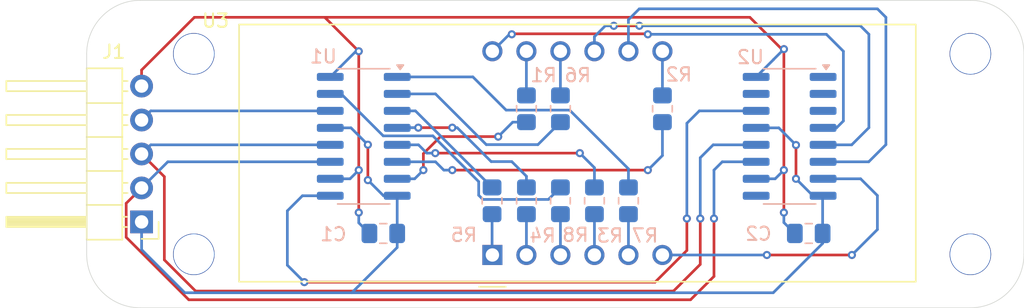
<source format=kicad_pcb>
(kicad_pcb (version 20240108) (generator "pcbnew") (generator_version "8.0")
  (layers (0 "F.Cu" signal) (31 "B.Cu" signal) (34 "B.Paste" user) (35 "F.Paste" user) (36 "B.SilkS" user "B.Silkscreen") (37 "F.SilkS" user "F.Silkscreen") (38 "B.Mask" user) (39 "F.Mask" user) (44 "Edge.Cuts" user))
  (net 0 "")
  (net 1 "VCC")
  (net 2 "GND")
  (net 3 "RCLK{slash}STC")
  (net 4 "SER{slash}DS")
  (net 5 "SRCLK{slash}SHC")
  (net 6 "a")
  (net 7 "a'")
  (net 8 "b")
  (net 9 "b'")
  (net 10 "c'")
  (net 11 "c")
  (net 12 "d")
  (net 13 "d'")
  (net 14 "e")
  (net 15 "e'")
  (net 16 "f'")
  (net 17 "f")
  (net 18 "g")
  (net 19 "g'")
  (net 20 "dp'")
  (net 21 "dp")
  (net 22 "MSB-LSB")
  (net 23 "D4")
  (net 27 "D2")
  (net 28 "D1")
  (net 31 "D3")
  (footprint "Display_7Segment:CA56-12EWA" (layer "F.Cu") (at 30.3 19.05 90)
    (property "Reference" "U3" (at 17.525 -20.675 180) (layer "F.SilkS"))
    (property "Value" "CC56-12EWA")
    (fp_line (start -2 -18.92) (end 17.24 -18.92) (stroke (width 0.12)) (layer "F.SilkS"))
    (fp_line (start -2 -18.92) (end -2 31.62) (stroke (width 0.12)) (layer "F.SilkS"))
    (fp_line (start -2.38 -1) (end -2.38 1) (stroke (width 0.12)) (layer "F.SilkS"))
    (fp_line (start 17.24 31.62) (end 17.24 -18.92) (stroke (width 0.12)) (layer "F.SilkS"))
    (fp_line (start -2 31.62) (end 17.24 31.62) (stroke (width 0.12)) (layer "F.SilkS"))
    (pad "1" thru_hole rect (at 0 0 90) (size 1.5 1.5) (drill 1) (layers "*.Cu" "*.Mask") (net 14 "e"))
    (pad "2" thru_hole circle (at 0 2.54 90) (size 1.5 1.5) (drill 1) (layers "*.Cu" "*.Mask") (net 12 "d"))
    (pad "3" thru_hole circle (at 0 5.08 90) (size 1.5 1.5) (drill 1) (layers "*.Cu" "*.Mask") (net 21 "dp"))
    (pad "4" thru_hole circle (at 0 7.62 90) (size 1.5 1.5) (drill 1) (layers "*.Cu" "*.Mask") (net 11 "c"))
    (pad "5" thru_hole circle (at 0 10.16 90) (size 1.5 1.5) (drill 1) (layers "*.Cu" "*.Mask") (net 18 "g"))
    (pad "6" thru_hole circle (at 0 12.7 90) (size 1.5 1.5) (drill 1) (layers "*.Cu" "*.Mask") (net 23 "D4"))
    (pad "7" thru_hole circle (at 15.24 12.7 90) (size 1.5 1.5) (drill 1) (layers "*.Cu" "*.Mask") (net 8 "b"))
    (pad "8" thru_hole circle (at 15.24 10.16 90) (size 1.5 1.5) (drill 1) (layers "*.Cu" "*.Mask") (net 31 "D3"))
    (pad "9" thru_hole circle (at 15.24 7.62 90) (size 1.5 1.5) (drill 1) (layers "*.Cu" "*.Mask") (net 27 "D2"))
    (pad "10" thru_hole circle (at 15.24 5.08 90) (size 1.5 1.5) (drill 1) (layers "*.Cu" "*.Mask") (net 17 "f"))
    (pad "11" thru_hole circle (at 15.24 2.54 90) (size 1.5 1.5) (drill 1) (layers "*.Cu" "*.Mask") (net 6 "a"))
    (pad "12" thru_hole circle (at 15.24 0 90) (size 1.5 1.5) (drill 1) (layers "*.Cu" "*.Mask") (net 28 "D1"))
  )
  (footprint "Connector_PinHeader_2.54mm:PinHeader_1x05_P2.54mm_Horizontal" (layer "F.Cu") (at 4.1 16.575 180)
    (property "Reference" "J1" (at 2.075 12.725 180) (layer "F.SilkS"))
    (property "Value" "Conn_01x05_Pin")
    (fp_line (start 10.1 10.54) (end 4.1 10.54) (stroke (width 0.12)) (layer "F.SilkS"))
    (fp_line (start 10.1 9.78) (end 10.1 10.54) (stroke (width 0.12)) (layer "F.SilkS"))
    (fp_line (start 10.1 8) (end 4.1 8) (stroke (width 0.12)) (layer "F.SilkS"))
    (fp_line (start 10.1 7.24) (end 10.1 8) (stroke (width 0.12)) (layer "F.SilkS"))
    (fp_line (start 10.1 5.46) (end 4.1 5.46) (stroke (width 0.12)) (layer "F.SilkS"))
    (fp_line (start 10.1 4.7) (end 10.1 5.46) (stroke (width 0.12)) (layer "F.SilkS"))
    (fp_line (start 10.1 2.92) (end 4.1 2.92) (stroke (width 0.12)) (layer "F.SilkS"))
    (fp_line (start 10.1 2.16) (end 10.1 2.92) (stroke (width 0.12)) (layer "F.SilkS"))
    (fp_line (start 10.1 0.38) (end 4.1 0.38) (stroke (width 0.12)) (layer "F.SilkS"))
    (fp_line (start 10.1 -0.38) (end 10.1 0.38) (stroke (width 0.12)) (layer "F.SilkS"))
    (fp_line (start 4.1 11.49) (end 4.1 -1.33) (stroke (width 0.12)) (layer "F.SilkS"))
    (fp_line (start 4.1 9.78) (end 10.1 9.78) (stroke (width 0.12)) (layer "F.SilkS"))
    (fp_line (start 4.1 7.24) (end 10.1 7.24) (stroke (width 0.12)) (layer "F.SilkS"))
    (fp_line (start 4.1 4.7) (end 10.1 4.7) (stroke (width 0.12)) (layer "F.SilkS"))
    (fp_line (start 4.1 2.16) (end 10.1 2.16) (stroke (width 0.12)) (layer "F.SilkS"))
    (fp_line (start 4.1 0.28) (end 10.1 0.28) (stroke (width 0.12)) (layer "F.SilkS"))
    (fp_line (start 4.1 0.16) (end 10.1 0.16) (stroke (width 0.12)) (layer "F.SilkS"))
    (fp_line (start 4.1 0.04) (end 10.1 0.04) (stroke (width 0.12)) (layer "F.SilkS"))
    (fp_line (start 4.1 -0.08) (end 10.1 -0.08) (stroke (width 0.12)) (layer "F.SilkS"))
    (fp_line (start 4.1 -0.2) (end 10.1 -0.2) (stroke (width 0.12)) (layer "F.SilkS"))
    (fp_line (start 4.1 -0.32) (end 10.1 -0.32) (stroke (width 0.12)) (layer "F.SilkS"))
    (fp_line (start 4.1 -0.38) (end 10.1 -0.38) (stroke (width 0.12)) (layer "F.SilkS"))
    (fp_line (start 4.1 -1.33) (end 1.44 -1.33) (stroke (width 0.12)) (layer "F.SilkS"))
    (fp_line (start 1.44 11.49) (end 4.1 11.49) (stroke (width 0.12)) (layer "F.SilkS"))
    (fp_line (start 1.44 8.89) (end 4.1 8.89) (stroke (width 0.12)) (layer "F.SilkS"))
    (fp_line (start 1.44 6.35) (end 4.1 6.35) (stroke (width 0.12)) (layer "F.SilkS"))
    (fp_line (start 1.44 3.81) (end 4.1 3.81) (stroke (width 0.12)) (layer "F.SilkS"))
    (fp_line (start 1.44 1.27) (end 4.1 1.27) (stroke (width 0.12)) (layer "F.SilkS"))
    (fp_line (start 1.44 -1.33) (end 1.44 11.49) (stroke (width 0.12)) (layer "F.SilkS"))
    (fp_line (start 1.11 0.38) (end 1.44 0.38) (stroke (width 0.12)) (layer "F.SilkS"))
    (fp_line (start 1.11 -0.38) (end 1.44 -0.38) (stroke (width 0.12)) (layer "F.SilkS"))
    (fp_line (start 1.042929 10.54) (end 1.44 10.54) (stroke (width 0.12)) (layer "F.SilkS"))
    (fp_line (start 1.042929 9.78) (end 1.44 9.78) (stroke (width 0.12)) (layer "F.SilkS"))
    (fp_line (start 1.042929 8) (end 1.44 8) (stroke (width 0.12)) (layer "F.SilkS"))
    (fp_line (start 1.042929 7.24) (end 1.44 7.24) (stroke (width 0.12)) (layer "F.SilkS"))
    (fp_line (start 1.042929 5.46) (end 1.44 5.46) (stroke (width 0.12)) (layer "F.SilkS"))
    (fp_line (start 1.042929 4.7) (end 1.44 4.7) (stroke (width 0.12)) (layer "F.SilkS"))
    (fp_line (start 1.042929 2.92) (end 1.44 2.92) (stroke (width 0.12)) (layer "F.SilkS"))
    (fp_line (start 1.042929 2.16) (end 1.44 2.16) (stroke (width 0.12)) (layer "F.SilkS"))
    (fp_line (start -1.27 0) (end -1.27 -1.27) (stroke (width 0.12)) (layer "F.SilkS"))
    (fp_line (start -1.27 -1.27) (end 0 -1.27) (stroke (width 0.12)) (layer "F.SilkS"))
    (pad "1" thru_hole rect (at 0 0 180) (size 1.7 1.7) (drill 1) (layers "*.Cu" "*.Mask") (net 2 "GND"))
    (pad "2" thru_hole oval (at 0 2.54 180) (size 1.7 1.7) (drill 1) (layers "*.Cu" "*.Mask") (net 5 "SRCLK{slash}SHC"))
    (pad "3" thru_hole oval (at 0 5.08 180) (size 1.7 1.7) (drill 1) (layers "*.Cu" "*.Mask") (net 3 "RCLK{slash}STC"))
    (pad "4" thru_hole oval (at 0 7.62 180) (size 1.7 1.7) (drill 1) (layers "*.Cu" "*.Mask") (net 4 "SER{slash}DS"))
    (pad "5" thru_hole oval (at 0 10.16 180) (size 1.7 1.7) (drill 1) (layers "*.Cu" "*.Mask") (net 1 "VCC"))
  )
  (footprint "Package_SO:SOP-16_3.9x9.9mm_P1.27mm" (layer "B.Cu") (at 52.5 10.175 180)
    (property "Reference" "U2" (at 2.925 5.925 180) (layer "B.SilkS") (effects (justify mirror)))
    (property "Value" "74HC595")
    (fp_line (start 1.95 5.06) (end 0 5.06) (stroke (width 0.12)) (layer "B.SilkS"))
    (fp_line (start 1.95 -5.06) (end 0 -5.06) (stroke (width 0.12)) (layer "B.SilkS"))
    (fp_line (start -1.95 5.06) (end 0 5.06) (stroke (width 0.12)) (layer "B.SilkS"))
    (fp_line (start -1.95 -5.06) (end 0 -5.06) (stroke (width 0.12)) (layer "B.SilkS"))
    (fp_poly (pts (xy -2.725 5.005) (xy -2.965 5.335) (xy -2.485 5.335) (xy -2.725 5.005)) (stroke (width 0.12)) (fill solid) (layer "B.SilkS"))
    (pad "1" smd roundrect (at -2.5 4.445 180) (size 2 0.6) (layers "B.Cu" "B.Paste" "B.Mask"))
    (pad "2" smd roundrect (at -2.5 3.175 180) (size 2 0.6) (layers "B.Cu" "B.Paste" "B.Mask"))
    (pad "3" smd roundrect (at -2.5 1.905 180) (size 2 0.6) (layers "B.Cu" "B.Paste" "B.Mask"))
    (pad "4" smd roundrect (at -2.5 0.635 180) (size 2 0.6) (layers "B.Cu" "B.Paste" "B.Mask") (net 28 "D1"))
    (pad "5" smd roundrect (at -2.5 -0.635 180) (size 2 0.6) (layers "B.Cu" "B.Paste" "B.Mask") (net 27 "D2"))
    (pad "6" smd roundrect (at -2.5 -1.905 180) (size 2 0.6) (layers "B.Cu" "B.Paste" "B.Mask") (net 31 "D3"))
    (pad "7" smd roundrect (at -2.5 -3.175 180) (size 2 0.6) (layers "B.Cu" "B.Paste" "B.Mask") (net 23 "D4"))
    (pad "8" smd roundrect (at -2.5 -4.445 180) (size 2 0.6) (layers "B.Cu" "B.Paste" "B.Mask") (net 2 "GND"))
    (pad "9" smd roundrect (at 2.5 -4.445 180) (size 2 0.6) (layers "B.Cu" "B.Paste" "B.Mask"))
    (pad "10" smd roundrect (at 2.5 -3.175 180) (size 2 0.6) (layers "B.Cu" "B.Paste" "B.Mask") (net 1 "VCC"))
    (pad "11" smd roundrect (at 2.5 -1.905 180) (size 2 0.6) (layers "B.Cu" "B.Paste" "B.Mask") (net 5 "SRCLK{slash}SHC"))
    (pad "12" smd roundrect (at 2.5 -0.635 180) (size 2 0.6) (layers "B.Cu" "B.Paste" "B.Mask") (net 3 "RCLK{slash}STC"))
    (pad "13" smd roundrect (at 2.5 0.635 180) (size 2 0.6) (layers "B.Cu" "B.Paste" "B.Mask") (net 2 "GND"))
    (pad "14" smd roundrect (at 2.5 1.905 180) (size 2 0.6) (layers "B.Cu" "B.Paste" "B.Mask") (net 22 "MSB-LSB"))
    (pad "15" smd roundrect (at 2.5 3.175 180) (size 2 0.6) (layers "B.Cu" "B.Paste" "B.Mask"))
    (pad "16" smd roundrect (at 2.5 4.445 180) (size 2 0.6) (layers "B.Cu" "B.Paste" "B.Mask") (net 1 "VCC"))
  )
  (footprint "Resistor_SMD:R_0805_2012Metric_Pad1.20x1.40mm_HandSolder" (layer "B.Cu") (at 40.4622 14.9954 90)
    (property "Reference" "R7" (at -2.6046 1.2378 0) (layer "B.SilkS") (effects (justify mirror)))
    (property "Value" "560R" (hide yes))
    (fp_line (start 0.227064 -0.735) (end -0.227064 -0.735) (stroke (width 0.12)) (layer "B.SilkS"))
    (fp_line (start 0.227064 0.735) (end -0.227064 0.735) (stroke (width 0.12)) (layer "B.SilkS"))
    (pad "1" smd roundrect (at -1 0 90) (size 1.2 1.4) (layers "B.Cu" "B.Paste" "B.Mask") (roundrect_rratio 0.208333) (net 18 "g"))
    (pad "2" smd roundrect (at 1 0 90) (size 1.2 1.4) (layers "B.Cu" "B.Paste" "B.Mask") (roundrect_rratio 0.208333) (net 19 "g'"))
  )
  (footprint "Resistor_SMD:R_0805_2012Metric_Pad1.20x1.40mm_HandSolder" (layer "B.Cu") (at 35.3822 8.112 -90)
    (property "Reference" "R6" (at -2.512 -1.2928 180) (layer "B.SilkS") (effects (justify mirror)))
    (property "Value" "560R" (hide yes))
    (fp_line (start 0.227064 0.735) (end -0.227064 0.735) (stroke (width 0.12)) (layer "B.SilkS"))
    (fp_line (start 0.227064 -0.735) (end -0.227064 -0.735) (stroke (width 0.12)) (layer "B.SilkS"))
    (pad "1" smd roundrect (at -1 0 270) (size 1.2 1.4) (layers "B.Cu" "B.Paste" "B.Mask") (roundrect_rratio 0.208333) (net 17 "f"))
    (pad "2" smd roundrect (at 1 0 270) (size 1.2 1.4) (layers "B.Cu" "B.Paste" "B.Mask") (roundrect_rratio 0.208333) (net 16 "f'"))
  )
  (footprint "Resistor_SMD:R_0805_2012Metric_Pad1.20x1.40mm_HandSolder" (layer "B.Cu") (at 32.8422 8.112 -90)
    (property "Reference" "R1" (at -2.512 -1.2828 0) (layer "B.SilkS") (effects (justify mirror)))
    (property "Value" "560R" (hide yes))
    (fp_line (start 0.227064 0.735) (end -0.227064 0.735) (stroke (width 0.12)) (layer "B.SilkS"))
    (fp_line (start 0.227064 -0.735) (end -0.227064 -0.735) (stroke (width 0.12)) (layer "B.SilkS"))
    (pad "1" smd roundrect (at -1 0 270) (size 1.2 1.4) (layers "B.Cu" "B.Paste" "B.Mask") (roundrect_rratio 0.208333) (net 6 "a"))
    (pad "2" smd roundrect (at 1 0 270) (size 1.2 1.4) (layers "B.Cu" "B.Paste" "B.Mask") (roundrect_rratio 0.208333) (net 7 "a'"))
  )
  (footprint "Resistor_SMD:R_0805_2012Metric_Pad1.20x1.40mm_HandSolder" (layer "B.Cu") (at 43 8.112 -90)
    (property "Reference" "R2" (at -2.562 -1.225 180) (layer "B.SilkS") (effects (justify mirror)))
    (property "Value" "560R" (hide yes))
    (fp_line (start 0.227064 0.735) (end -0.227064 0.735) (stroke (width 0.12)) (layer "B.SilkS"))
    (fp_line (start 0.227064 -0.735) (end -0.227064 -0.735) (stroke (width 0.12)) (layer "B.SilkS"))
    (pad "1" smd roundrect (at -1 0 270) (size 1.2 1.4) (layers "B.Cu" "B.Paste" "B.Mask") (roundrect_rratio 0.208333) (net 8 "b"))
    (pad "2" smd roundrect (at 1 0 270) (size 1.2 1.4) (layers "B.Cu" "B.Paste" "B.Mask") (roundrect_rratio 0.208333) (net 9 "b'"))
  )
  (footprint "Capacitor_SMD:C_0805_2012Metric_Pad1.18x1.45mm_HandSolder" (layer "B.Cu") (at 53.9263 17.4394)
    (property "Reference" "C2" (at -3.7513 0.0254 0) (layer "B.SilkS") (effects (justify mirror)))
    (property "Value" "0.1uF")
    (fp_line (start 0.261252 -0.735) (end -0.261252 -0.735) (stroke (width 0.12)) (layer "B.SilkS"))
    (fp_line (start 0.261252 0.735) (end -0.261252 0.735) (stroke (width 0.12)) (layer "B.SilkS"))
    (pad "1" smd roundrect (at -1.0375 0) (size 1.175 1.45) (layers "B.Cu" "B.Paste" "B.Mask") (roundrect_rratio 0.212766) (net 1 "VCC"))
    (pad "2" smd roundrect (at 1.0375 0) (size 1.175 1.45) (layers "B.Cu" "B.Paste" "B.Mask") (roundrect_rratio 0.212766) (net 2 "GND"))
  )
  (footprint "Resistor_SMD:R_0805_2012Metric_Pad1.20x1.40mm_HandSolder" (layer "B.Cu") (at 30.2768 14.9954 90)
    (property "Reference" "R5" (at -2.5546 -2.1018 180) (layer "B.SilkS") (effects (justify mirror)))
    (property "Value" "560R" (hide yes))
    (fp_line (start 0.227064 -0.735) (end -0.227064 -0.735) (stroke (width 0.12)) (layer "B.SilkS"))
    (fp_line (start 0.227064 0.735) (end -0.227064 0.735) (stroke (width 0.12)) (layer "B.SilkS"))
    (pad "1" smd roundrect (at -1 0 90) (size 1.2 1.4) (layers "B.Cu" "B.Paste" "B.Mask") (roundrect_rratio 0.208333) (net 14 "e"))
    (pad "2" smd roundrect (at 1 0 90) (size 1.2 1.4) (layers "B.Cu" "B.Paste" "B.Mask") (roundrect_rratio 0.208333) (net 15 "e'"))
  )
  (footprint "Resistor_SMD:R_0805_2012Metric_Pad1.20x1.40mm_HandSolder" (layer "B.Cu") (at 35.3822 14.9954 90)
    (property "Reference" "R8" (at -2.5546 1.1178 0) (layer "B.SilkS") (effects (justify mirror)))
    (property "Value" "560R" (hide yes))
    (fp_line (start 0.227064 -0.735) (end -0.227064 -0.735) (stroke (width 0.12)) (layer "B.SilkS"))
    (fp_line (start 0.227064 0.735) (end -0.227064 0.735) (stroke (width 0.12)) (layer "B.SilkS"))
    (pad "1" smd roundrect (at -1 0 90) (size 1.2 1.4) (layers "B.Cu" "B.Paste" "B.Mask") (roundrect_rratio 0.208333) (net 21 "dp"))
    (pad "2" smd roundrect (at 1 0 90) (size 1.2 1.4) (layers "B.Cu" "B.Paste" "B.Mask") (roundrect_rratio 0.208333) (net 20 "dp'"))
  )
  (footprint "Package_SO:SOP-16_3.9x9.9mm_P1.27mm" (layer "B.Cu") (at 20.6902 10.175 180)
    (property "Reference" "U1" (at 3.0152 5.975 180) (layer "B.SilkS") (effects (justify mirror)))
    (property "Value" "74HC595")
    (fp_line (start 1.95 5.06) (end 0 5.06) (stroke (width 0.12)) (layer "B.SilkS"))
    (fp_line (start 1.95 -5.06) (end 0 -5.06) (stroke (width 0.12)) (layer "B.SilkS"))
    (fp_line (start -1.95 5.06) (end 0 5.06) (stroke (width 0.12)) (layer "B.SilkS"))
    (fp_line (start -1.95 -5.06) (end 0 -5.06) (stroke (width 0.12)) (layer "B.SilkS"))
    (fp_poly (pts (xy -2.725 5.005) (xy -2.965 5.335) (xy -2.485 5.335) (xy -2.725 5.005)) (stroke (width 0.12)) (fill solid) (layer "B.SilkS"))
    (pad "1" smd roundrect (at -2.5 4.445 180) (size 2 0.6) (layers "B.Cu" "B.Paste" "B.Mask") (net 19 "g'"))
    (pad "2" smd roundrect (at -2.5 3.175 180) (size 2 0.6) (layers "B.Cu" "B.Paste" "B.Mask") (net 16 "f'"))
    (pad "3" smd roundrect (at -2.5 1.905 180) (size 2 0.6) (layers "B.Cu" "B.Paste" "B.Mask") (net 15 "e'"))
    (pad "4" smd roundrect (at -2.5 0.635 180) (size 2 0.6) (layers "B.Cu" "B.Paste" "B.Mask") (net 13 "d'"))
    (pad "5" smd roundrect (at -2.5 -0.635 180) (size 2 0.6) (layers "B.Cu" "B.Paste" "B.Mask") (net 10 "c'"))
    (pad "6" smd roundrect (at -2.5 -1.905 180) (size 2 0.6) (layers "B.Cu" "B.Paste" "B.Mask") (net 9 "b'"))
    (pad "7" smd roundrect (at -2.5 -3.175 180) (size 2 0.6) (layers "B.Cu" "B.Paste" "B.Mask") (net 7 "a'"))
    (pad "8" smd roundrect (at -2.5 -4.445 180) (size 2 0.6) (layers "B.Cu" "B.Paste" "B.Mask") (net 2 "GND"))
    (pad "9" smd roundrect (at 2.5 -4.445 180) (size 2 0.6) (layers "B.Cu" "B.Paste" "B.Mask") (net 22 "MSB-LSB"))
    (pad "10" smd roundrect (at 2.5 -3.175 180) (size 2 0.6) (layers "B.Cu" "B.Paste" "B.Mask") (net 1 "VCC"))
    (pad "11" smd roundrect (at 2.5 -1.905 180) (size 2 0.6) (layers "B.Cu" "B.Paste" "B.Mask") (net 5 "SRCLK{slash}SHC"))
    (pad "12" smd roundrect (at 2.5 -0.635 180) (size 2 0.6) (layers "B.Cu" "B.Paste" "B.Mask") (net 3 "RCLK{slash}STC"))
    (pad "13" smd roundrect (at 2.5 0.635 180) (size 2 0.6) (layers "B.Cu" "B.Paste" "B.Mask") (net 2 "GND"))
    (pad "14" smd roundrect (at 2.5 1.905 180) (size 2 0.6) (layers "B.Cu" "B.Paste" "B.Mask") (net 4 "SER{slash}DS"))
    (pad "15" smd roundrect (at 2.5 3.175 180) (size 2 0.6) (layers "B.Cu" "B.Paste" "B.Mask") (net 20 "dp'"))
    (pad "16" smd roundrect (at 2.5 4.445 180) (size 2 0.6) (layers "B.Cu" "B.Paste" "B.Mask") (net 1 "VCC"))
  )
  (footprint "Capacitor_SMD:C_0805_2012Metric_Pad1.18x1.45mm_HandSolder" (layer "B.Cu") (at 22.1527 17.4394)
    (property "Reference" "C1" (at -3.7277 0.0606 0) (layer "B.SilkS") (effects (justify mirror)))
    (property "Value" "0.1uF")
    (fp_line (start 0.261252 -0.735) (end -0.261252 -0.735) (stroke (width 0.12)) (layer "B.SilkS"))
    (fp_line (start 0.261252 0.735) (end -0.261252 0.735) (stroke (width 0.12)) (layer "B.SilkS"))
    (pad "1" smd roundrect (at -1.0375 0) (size 1.175 1.45) (layers "B.Cu" "B.Paste" "B.Mask") (roundrect_rratio 0.212766) (net 1 "VCC"))
    (pad "2" smd roundrect (at 1.0375 0) (size 1.175 1.45) (layers "B.Cu" "B.Paste" "B.Mask") (roundrect_rratio 0.212766) (net 2 "GND"))
  )
  (footprint "Resistor_SMD:R_0805_2012Metric_Pad1.20x1.40mm_HandSolder" (layer "B.Cu") (at 32.8422 14.9954 90)
    (property "Reference" "R4" (at -2.6046 1.2078 0) (layer "B.SilkS") (effects (justify mirror)))
    (property "Value" "560R" (hide yes))
    (fp_line (start 0.227064 -0.735) (end -0.227064 -0.735) (stroke (width 0.12)) (layer "B.SilkS"))
    (fp_line (start 0.227064 0.735) (end -0.227064 0.735) (stroke (width 0.12)) (layer "B.SilkS"))
    (pad "1" smd roundrect (at -1 0 90) (size 1.2 1.4) (layers "B.Cu" "B.Paste" "B.Mask") (roundrect_rratio 0.208333) (net 12 "d"))
    (pad "2" smd roundrect (at 1 0 90) (size 1.2 1.4) (layers "B.Cu" "B.Paste" "B.Mask") (roundrect_rratio 0.208333) (net 13 "d'"))
  )
  (footprint "Resistor_SMD:R_0805_2012Metric_Pad1.20x1.40mm_HandSolder" (layer "B.Cu") (at 37.9222 14.9954 90)
    (property "Reference" "R3" (at -2.6046 1.1528 0) (layer "B.SilkS") (effects (justify mirror)))
    (property "Value" "560R" (hide yes))
    (fp_line (start 0.227064 -0.735) (end -0.227064 -0.735) (stroke (width 0.12)) (layer "B.SilkS"))
    (fp_line (start 0.227064 0.735) (end -0.227064 0.735) (stroke (width 0.12)) (layer "B.SilkS"))
    (pad "1" smd roundrect (at -1 0 90) (size 1.2 1.4) (layers "B.Cu" "B.Paste" "B.Mask") (roundrect_rratio 0.208333) (net 11 "c"))
    (pad "2" smd roundrect (at 1 0 90) (size 1.2 1.4) (layers "B.Cu" "B.Paste" "B.Mask") (roundrect_rratio 0.208333) (net 10 "c'"))
  )
  (gr_line (start 66 23) (end 4 23) (stroke (width 0.05)) (layer "Edge.Cuts"))
  (gr_arc (start 0 4) (mid 1.171573 1.171573) (end 4 0) (stroke (width 0.05)) (layer "Edge.Cuts"))
  (gr_line (start 0 19) (end 0 4) (stroke (width 0.05)) (layer "Edge.Cuts"))
  (gr_arc (start 70 19) (mid 68.828427 21.828427) (end 66 23) (stroke (width 0.05)) (layer "Edge.Cuts"))
  (gr_arc (start 66 0) (mid 68.828427 1.171573) (end 70 4) (stroke (width 0.05)) (layer "Edge.Cuts"))
  (gr_arc (start 4 23) (mid 1.171573 21.828427) (end 0 19) (stroke (width 0.05)) (layer "Edge.Cuts"))
  (gr_line (start 70 4) (end 70 19) (stroke (width 0.05)) (layer "Edge.Cuts"))
  (gr_line (start 4 0) (end 66 0) (stroke (width 0.05)) (layer "Edge.Cuts"))
  (via (at 8 19) (size 3.1) (drill 3) (layers "F.Cu" "B.Cu") (net 0))
  (via (at 66 19) (size 3.1) (drill 3) (layers "F.Cu" "B.Cu") (net 0))
  (via (at 66 4) (size 3.1) (drill 3) (layers "F.Cu" "B.Cu") (net 0))
  (via (at 8 4) (size 3.1) (drill 3) (layers "F.Cu" "B.Cu") (net 0))
  (segment (start 52.075 3.65) (end 52.07 3.655) (width 0.2) (layer "F.Cu") (net 1))
  (segment (start 4.1 5.212919) (end 8.042919 1.27) (width 0.2) (layer "F.Cu") (net 1))
  (segment (start 20.32 3.81) (end 20.32 12.7) (width 0.2) (layer "F.Cu") (net 1))
  (segment (start 20.32 3.81) (end 17.78 1.27) (width 0.2) (layer "F.Cu") (net 1))
  (segment (start 51.91 3.65) (end 49.53 1.27) (width 0.2) (layer "F.Cu") (net 1))
  (segment (start 49.53 1.27) (end 17.78 1.27) (width 0.2) (layer "F.Cu") (net 1))
  (segment (start 4.1 6.415) (end 4.1 5.212919) (width 0.2) (layer "F.Cu") (net 1))
  (segment (start 20.32 12.7) (end 20.32 15.875) (width 0.2) (layer "F.Cu") (net 1))
  (segment (start 52.075 3.65) (end 51.91 3.65) (width 0.2) (layer "F.Cu") (net 1))
  (segment (start 52.07 12.7) (end 52.07 15.875) (width 0.2) (layer "F.Cu") (net 1))
  (segment (start 52.07 3.655) (end 52.07 12.7) (width 0.2) (layer "F.Cu") (net 1))
  (segment (start 8.042919 1.27) (end 17.78 1.27) (width 0.2) (layer "F.Cu") (net 1))
  (via (at 20.32 15.875) (size 0.6) (drill 0.3) (layers "F.Cu" "B.Cu") (net 1))
  (via (at 20.32 3.81) (size 0.6) (drill 0.3) (layers "F.Cu" "B.Cu") (net 1))
  (via (at 52.07 12.7) (size 0.6) (drill 0.3) (layers "F.Cu" "B.Cu") (net 1))
  (via (at 52.075 3.65) (size 0.6) (drill 0.3) (layers "F.Cu" "B.Cu") (net 1))
  (via (at 20.32 12.7) (size 0.6) (drill 0.3) (layers "F.Cu" "B.Cu") (net 1))
  (via (at 52.07 15.875) (size 0.6) (drill 0.3) (layers "F.Cu" "B.Cu") (net 1))
  (segment (start 20.1102 3.81) (end 18.1902 5.73) (width 0.2) (layer "B.Cu") (net 1))
  (segment (start 51.285 4.44) (end 51.285 4.445) (width 0.2) (layer "B.Cu") (net 1))
  (segment (start 51.42 13.35) (end 50 13.35) (width 0.2) (layer "B.Cu") (net 1))
  (segment (start 52.075 3.65) (end 51.285 4.44) (width 0.2) (layer "B.Cu") (net 1))
  (segment (start 20.32 16.6442) (end 21.1152 17.4394) (width 0.2) (layer "B.Cu") (net 1))
  (segment (start 20.32 12.7) (end 19.67 13.35) (width 0.2) (layer "B.Cu") (net 1))
  (segment (start 52.07 15.875) (end 52.07 16.6206) (width 0.2) (layer "B.Cu") (net 1))
  (segment (start 52.07 12.7) (end 51.42 13.35) (width 0.2) (layer "B.Cu") (net 1))
  (segment (start 20.32 3.81) (end 20.1102 3.81) (width 0.2) (layer "B.Cu") (net 1))
  (segment (start 20.32 15.875) (end 20.32 16.6442) (width 0.2) (layer "B.Cu") (net 1))
  (segment (start 19.67 13.35) (end 18.1902 13.35) (width 0.2) (layer "B.Cu") (net 1))
  (segment (start 51.285 4.445) (end 50 5.73) (width 0.2) (layer "B.Cu") (net 1))
  (segment (start 52.07 16.6206) (end 52.8888 17.4394) (width 0.2) (layer "B.Cu") (net 1))
  (segment (start 52.975 13.35) (end 52.975 10.825) (width 0.2) (layer "F.Cu") (net 2))
  (segment (start 21 13.45) (end 21 10.8) (width 0.2) (layer "F.Cu") (net 2))
  (via (at 52.975 13.35) (size 0.6) (drill 0.3) (layers "F.Cu" "B.Cu") (net 2))
  (via (at 52.975 10.825) (size 0.6) (drill 0.3) (layers "F.Cu" "B.Cu") (net 2))
  (via (at 21 10.8) (size 0.6) (drill 0.3) (layers "F.Cu" "B.Cu") (net 2))
  (via (at 21 13.45) (size 0.6) (drill 0.3) (layers "F.Cu" "B.Cu") (net 2))
  (segment (start 54.245 14.62) (end 55 14.62) (width 0.2) (layer "B.Cu") (net 2))
  (segment (start 23.1902 17.4394) (end 23.1902 18.4848) (width 0.2) (layer "B.Cu") (net 2))
  (segment (start 55 17.2088) (end 54.9638 17.245) (width 0.2) (layer "B.Cu") (net 2))
  (segment (start 52.975 13.35) (end 54.245 14.62) (width 0.2) (layer "B.Cu") (net 2))
  (segment (start 51.69 9.54) (end 52.975 10.825) (width 0.2) (layer "B.Cu") (net 2))
  (segment (start 54.9638 14.6562) (end 55 14.62) (width 0.2) (layer "B.Cu") (net 2))
  (segment (start 54.9638 17.4394) (end 54.9638 14.6562) (width 0.2) (layer "B.Cu") (net 2))
  (segment (start 4.1 18.65) (end 7.325 21.875) (width 0.2) (layer "B.Cu") (net 2))
  (segment (start 7.325 21.875) (end 19.8 21.875) (width 0.2) (layer "B.Cu") (net 2))
  (segment (start 19.8 21.875) (end 51.275 21.875) (width 0.2) (layer "B.Cu") (net 2))
  (segment (start 23.1902 18.4848) (end 19.8 21.875) (width 0.2) (layer "B.Cu") (net 2))
  (segment (start 51.275 21.875) (end 54.9638 18.1862) (width 0.2) (layer "B.Cu") (net 2))
  (segment (start 21 13.45) (end 22.17 14.62) (width 0.2) (layer "B.Cu") (net 2))
  (segment (start 19.74 9.54) (end 21 10.8) (width 0.2) (layer "B.Cu") (net 2))
  (segment (start 18.1902 9.54) (end 19.74 9.54) (width 0.2) (layer "B.Cu") (net 2))
  (segment (start 23.1902 17.4394) (end 23.1902 14.62) (width 0.2) (layer "B.Cu") (net 2))
  (segment (start 50 9.54) (end 51.69 9.54) (width 0.2) (layer "B.Cu") (net 2))
  (segment (start 54.9638 18.1862) (end 54.9638 17.4394) (width 0.2) (layer "B.Cu") (net 2))
  (segment (start 4.1 16.575) (end 4.1 18.65) (width 0.2) (layer "B.Cu") (net 2))
  (segment (start 23.1901 14.6201) (end 23.1902 14.62) (width 0.2) (layer "B.Cu") (net 2))
  (segment (start 22.17 14.62) (end 23.1902 14.62) (width 0.2) (layer "B.Cu") (net 2))
  (segment (start 5.8 13.195) (end 5.8 19.416296) (width 0.2) (layer "F.Cu") (net 3))
  (segment (start 8.133704 21.75) (end 43.825 21.75) (width 0.2) (layer "F.Cu") (net 3))
  (segment (start 43.825 21.75) (end 45.825 19.75) (width 0.2) (layer "F.Cu") (net 3))
  (segment (start 4.1 11.495) (end 5.8 13.195) (width 0.2) (layer "F.Cu") (net 3))
  (segment (start 45.825 19.75) (end 45.825 16.325) (width 0.2) (layer "F.Cu") (net 3))
  (segment (start 5.8 19.416296) (end 8.133704 21.75) (width 0.2) (layer "F.Cu") (net 3))
  (via (at 45.825 16.325) (size 0.6) (drill 0.3) (layers "F.Cu" "B.Cu") (net 3))
  (segment (start 45.825 11.775) (end 45.825 16.325) (width 0.2) (layer "B.Cu") (net 3))
  (segment (start 4.785 10.81) (end 18.1902 10.81) (width 0.2) (layer "B.Cu") (net 3))
  (segment (start 4.1 11.495) (end 4.785 10.81) (width 0.2) (layer "B.Cu") (net 3))
  (segment (start 46.79 10.81) (end 45.825 11.775) (width 0.2) (layer "B.Cu") (net 3))
  (segment (start 50 10.81) (end 46.79 10.81) (width 0.2) (layer "B.Cu") (net 3))
  (segment (start 4.785 8.27) (end 18.1902 8.27) (width 0.2) (layer "B.Cu") (net 4))
  (segment (start 4.1 8.955) (end 4.785 8.27) (width 0.2) (layer "B.Cu") (net 4))
  (segment (start 4.1 14.035) (end 2.95 15.185) (width 0.2) (layer "F.Cu") (net 5))
  (segment (start 2.95 17.725) (end 7.625 22.4) (width 0.2) (layer "F.Cu") (net 5))
  (segment (start 46.85 20.65) (end 46.85 16.325) (width 0.2) (layer "F.Cu") (net 5))
  (segment (start 7.625 22.4) (end 45.1 22.4) (width 0.2) (layer "F.Cu") (net 5))
  (segment (start 45.1 22.4) (end 46.85 20.65) (width 0.2) (layer "F.Cu") (net 5))
  (segment (start 2.95 15.185) (end 2.95 17.725) (width 0.2) (layer "F.Cu") (net 5))
  (via (at 46.85 16.325) (size 0.6) (drill 0.3) (layers "F.Cu" "B.Cu") (net 5))
  (segment (start 46.85 12.7) (end 47.47 12.08) (width 0.2) (layer "B.Cu") (net 5))
  (segment (start 4.1 14.035) (end 6.055 12.08) (width 0.2) (layer "B.Cu") (net 5))
  (segment (start 46.85 16.325) (end 46.85 12.7) (width 0.2) (layer "B.Cu") (net 5))
  (segment (start 6.055 12.08) (end 18.1902 12.08) (width 0.2) (layer "B.Cu") (net 5))
  (segment (start 47.47 12.08) (end 50 12.08) (width 0.2) (layer "B.Cu") (net 5))
  (segment (start 32.8422 3.8122) (end 32.84 3.81) (width 0.2) (layer "B.Cu") (net 6))
  (segment (start 32.84 7.1098) (end 32.8422 7.112) (width 0.2) (layer "B.Cu") (net 6))
  (segment (start 32.84 3.81) (end 32.84 7.1098) (width 0.2) (layer "B.Cu") (net 6))
  (segment (start 25.146 11.470471) (end 26.421471 10.195) (width 0.2) (layer "F.Cu") (net 7))
  (segment (start 26.421471 10.195) (end 30.734 10.195) (width 0.2) (layer "F.Cu") (net 7))
  (segment (start 25.146 12.7) (end 25.146 11.470471) (width 0.2) (layer "F.Cu") (net 7))
  (via (at 30.734 10.195) (size 0.6) (drill 0.3) (layers "F.Cu" "B.Cu") (net 7))
  (via (at 25.146 12.7) (size 0.6) (drill 0.3) (layers "F.Cu" "B.Cu") (net 7))
  (segment (start 31.817 9.112) (end 32.8422 9.112) (width 0.2) (layer "B.Cu") (net 7))
  (segment (start 30.734 10.195) (end 31.817 9.112) (width 0.2) (layer "B.Cu") (net 7))
  (segment (start 23.1902 13.35) (end 24.496 13.35) (width 0.2) (layer "B.Cu") (net 7))
  (segment (start 24.496 13.35) (end 25.146 12.7) (width 0.2) (layer "B.Cu") (net 7))
  (segment (start 43 3.81) (end 43 7.112) (width 0.2) (layer "B.Cu") (net 8))
  (segment (start 27.305 12.7) (end 41.91 12.7) (width 0.2) (layer "F.Cu") (net 9))
  (via (at 27.305 12.7) (size 0.6) (drill 0.3) (layers "F.Cu" "B.Cu") (net 9))
  (via (at 41.91 12.7) (size 0.6) (drill 0.3) (layers "F.Cu" "B.Cu") (net 9))
  (segment (start 41.91 12.7) (end 43 11.61) (width 0.2) (layer "B.Cu") (net 9))
  (segment (start 27.305 12.7) (end 26.67 12.7) (width 0.2) (layer "B.Cu") (net 9))
  (segment (start 26.67 12.7) (end 26.05 12.08) (width 0.2) (layer "B.Cu") (net 9))
  (segment (start 43 11.61) (end 43 9.112) (width 0.2) (layer "B.Cu") (net 9))
  (segment (start 26.05 12.08) (end 23.1902 12.08) (width 0.2) (layer "B.Cu") (net 9))
  (segment (start 26.035 11.43) (end 36.83 11.43) (width 0.2) (layer "F.Cu") (net 10))
  (via (at 36.83 11.43) (size 0.6) (drill 0.3) (layers "F.Cu" "B.Cu") (net 10))
  (via (at 26.035 11.43) (size 0.6) (drill 0.3) (layers "F.Cu" "B.Cu") (net 10))
  (segment (start 37.9222 12.5222) (end 37.9222 13.9954) (width 0.2) (layer "B.Cu") (net 10))
  (segment (start 24.78 10.81) (end 23.1902 10.81) (width 0.2) (layer "B.Cu") (net 10))
  (segment (start 36.83 11.43) (end 37.9222 12.5222) (width 0.2) (layer "B.Cu") (net 10))
  (segment (start 25.4 11.43) (end 24.78 10.81) (width 0.2) (layer "B.Cu") (net 10))
  (segment (start 26.035 11.43) (end 25.4 11.43) (width 0.2) (layer "B.Cu") (net 10))
  (segment (start 37.9222 19.0478) (end 37.92 19.05) (width 0.2) (layer "B.Cu") (net 11))
  (segment (start 37.9222 15.9954) (end 37.9222 19.0478) (width 0.2) (layer "B.Cu") (net 11))
  (segment (start 32.8422 15.9954) (end 32.8422 19.0478) (width 0.2) (layer "B.Cu") (net 12))
  (segment (start 32.8422 19.0478) (end 32.84 19.05) (width 0.2) (layer "B.Cu") (net 12))
  (segment (start 24.765 9.525) (end 27.305 9.525) (width 0.2) (layer "F.Cu") (net 13))
  (via (at 24.765 9.525) (size 0.6) (drill 0.3) (layers "F.Cu" "B.Cu") (net 13))
  (via (at 27.305 9.525) (size 0.6) (drill 0.3) (layers "F.Cu" "B.Cu") (net 13))
  (segment (start 27.305 9.525) (end 27.6718 9.525) (width 0.2) (layer "B.Cu") (net 13))
  (segment (start 31.75 12.065) (end 32.8422 13.1572) (width 0.2) (layer "B.Cu") (net 13))
  (segment (start 24.765 9.525) (end 23.2052 9.525) (width 0.2) (layer "B.Cu") (net 13))
  (segment (start 30.2118 12.065) (end 31.75 12.065) (width 0.2) (layer "B.Cu") (net 13))
  (segment (start 32.8422 13.1572) (end 32.8422 13.9954) (width 0.2) (layer "B.Cu") (net 13))
  (segment (start 23.2052 9.525) (end 23.1902 9.54) (width 0.2) (layer "B.Cu") (net 13))
  (segment (start 27.6718 9.525) (end 30.2118 12.065) (width 0.2) (layer "B.Cu") (net 13))
  (segment (start 30.2768 15.9954) (end 30.2768 19.0268) (width 0.2) (layer "B.Cu") (net 14))
  (segment (start 30.2768 19.0268) (end 30.3 19.05) (width 0.2) (layer "B.Cu") (net 14))
  (segment (start 24.5514 8.27) (end 30.2768 13.9954) (width 0.2) (layer "B.Cu") (net 15))
  (segment (start 23.1902 8.27) (end 24.5514 8.27) (width 0.2) (layer "B.Cu") (net 15))
  (segment (start 26.05 7) (end 29.845 10.795) (width 0.2) (layer "B.Cu") (net 16))
  (segment (start 33.6992 10.795) (end 35.3822 9.112) (width 0.2) (layer "B.Cu") (net 16))
  (segment (start 23.1902 7) (end 26.05 7) (width 0.2) (layer "B.Cu") (net 16))
  (segment (start 29.845 10.795) (end 33.6992 10.795) (width 0.2) (layer "B.Cu") (net 16))
  (segment (start 35.3822 3.8122) (end 35.38 3.81) (width 0.2) (layer "B.Cu") (net 17))
  (segment (start 35.38 3.81) (end 35.38 7.1098) (width 0.2) (layer "B.Cu") (net 17))
  (segment (start 35.38 7.1098) (end 35.3822 7.112) (width 0.2) (layer "B.Cu") (net 17))
  (segment (start 40.4622 15.9954) (end 40.4622 19.0478) (width 0.2) (layer "B.Cu") (net 18))
  (segment (start 40.4622 19.0478) (end 40.46 19.05) (width 0.2) (layer "B.Cu") (net 18))
  (segment (start 31.326 8.212) (end 36.066944 8.212) (width 0.2) (layer "B.Cu") (net 19))
  (segment (start 36.066944 8.212) (end 40.4622 12.607256) (width 0.2) (layer "B.Cu") (net 19))
  (segment (start 40.4622 12.607256) (end 40.4622 13.9954) (width 0.2) (layer "B.Cu") (net 19))
  (segment (start 23.1902 5.73) (end 28.844 5.73) (width 0.2) (layer "B.Cu") (net 19))
  (segment (start 28.844 5.73) (end 31.326 8.212) (width 0.2) (layer "B.Cu") (net 19))
  (segment (start 25.855714 10.14) (end 29.2768 13.561086) (width 0.2) (layer "B.Cu") (net 20))
  (segment (start 34.4822 14.8954) (end 35.3822 13.9954) (width 0.2) (layer "B.Cu") (net 20))
  (segment (start 29.592056 14.8954) (end 34.4822 14.8954) (width 0.2) (layer "B.Cu") (net 20))
  (segment (start 19.009648 7) (end 22.149648 10.14) (width 0.2) (layer "B.Cu") (net 20))
  (segment (start 18.1902 7) (end 19.009648 7) (width 0.2) (layer "B.Cu") (net 20))
  (segment (start 29.2768 14.580144) (end 29.592056 14.8954) (width 0.2) (layer "B.Cu") (net 20))
  (segment (start 22.149648 10.14) (end 25.855714 10.14) (width 0.2) (layer "B.Cu") (net 20))
  (segment (start 29.2768 13.561086) (end 29.2768 14.580144) (width 0.2) (layer "B.Cu") (net 20))
  (segment (start 35.3822 15.9954) (end 35.3822 19.0478) (width 0.2) (layer "B.Cu") (net 21))
  (segment (start 35.3822 19.0478) (end 35.38 19.05) (width 0.2) (layer "B.Cu") (net 21))
  (segment (start 42.452925 21.082) (end 42.275 21.082) (width 0.2) (layer "F.Cu") (net 22))
  (segment (start 42.275 21.082) (end 16.256 21.082) (width 0.2) (layer "F.Cu") (net 22))
  (segment (start 44.825 18.709925) (end 42.452925 21.082) (width 0.2) (layer "F.Cu") (net 22))
  (segment (start 44.825 16.325) (end 44.825 18.709925) (width 0.2) (layer "F.Cu") (net 22))
  (via (at 44.825 16.325) (size 0.6) (drill 0.3) (layers "F.Cu" "B.Cu") (net 22))
  (via (at 16.256 21.082) (size 0.6) (drill 0.3) (layers "F.Cu" "B.Cu") (net 22))
  (segment (start 45.755 8.27) (end 44.825 9.2) (width 0.2) (layer "B.Cu") (net 22))
  (segment (start 14.986 19.812) (end 16.256 21.082) (width 0.2) (layer "B.Cu") (net 22))
  (segment (start 14.986 15.748) (end 14.986 19.812) (width 0.2) (layer "B.Cu") (net 22))
  (segment (start 44.825 9.2) (end 44.825 16.325) (width 0.2) (layer "B.Cu") (net 22))
  (segment (start 50 8.27) (end 45.755 8.27) (width 0.2) (layer "B.Cu") (net 22))
  (segment (start 18.1902 14.62) (end 16.114 14.62) (width 0.2) (layer "B.Cu") (net 22))
  (segment (start 16.114 14.62) (end 14.986 15.748) (width 0.2) (layer "B.Cu") (net 22))
  (segment (start 57.15 19.05) (end 50.8 19.05) (width 0.2) (layer "F.Cu") (net 23))
  (via (at 50.8 19.05) (size 0.6) (drill 0.3) (layers "F.Cu" "B.Cu") (net 23))
  (via (at 57.15 19.05) (size 0.6) (drill 0.3) (layers "F.Cu" "B.Cu") (net 23))
  (segment (start 50.8 19.05) (end 43 19.05) (width 0.2) (layer "B.Cu") (net 23))
  (segment (start 57.8 13.35) (end 59.055 14.605) (width 0.2) (layer "B.Cu") (net 23))
  (segment (start 55 13.35) (end 57.8 13.35) (width 0.2) (layer "B.Cu") (net 23))
  (segment (start 59.055 17.145) (end 57.15 19.05) (width 0.2) (layer "B.Cu") (net 23))
  (segment (start 59.055 14.605) (end 59.055 17.145) (width 0.2) (layer "B.Cu") (net 23))
  (segment (start 39.37 1.905) (end 41.275 1.905) (width 0.2) (layer "F.Cu") (net 27))
  (via (at 41.275 1.905) (size 0.6) (drill 0.3) (layers "F.Cu" "B.Cu") (net 27))
  (via (at 39.37 1.905) (size 0.6) (drill 0.3) (layers "F.Cu" "B.Cu") (net 27))
  (segment (start 37.92 2.72) (end 37.92 3.81) (width 0.2) (layer "B.Cu") (net 27))
  (segment (start 41.275 1.905) (end 57.785 1.905) (width 0.2) (layer "B.Cu") (net 27))
  (segment (start 38.735 1.905) (end 37.92 2.72) (width 0.2) (layer "B.Cu") (net 27))
  (segment (start 57.785 1.905) (end 58.42 2.54) (width 0.2) (layer "B.Cu") (net 27))
  (segment (start 39.37 1.905) (end 38.735 1.905) (width 0.2) (layer "B.Cu") (net 27))
  (segment (start 57.135 10.81) (end 55 10.81) (width 0.2) (layer "B.Cu") (net 27))
  (segment (start 58.42 2.54) (end 58.42 9.525) (width 0.2) (layer "B.Cu") (net 27))
  (segment (start 58.42 9.525) (end 57.135 10.81) (width 0.2) (layer "B.Cu") (net 27))
  (segment (start 31.785 2.505) (end 41.875 2.505) (width 0.2) (layer "F.Cu") (net 28))
  (segment (start 41.875 2.505) (end 41.91 2.54) (width 0.2) (layer "F.Cu") (net 28))
  (segment (start 31.75 2.54) (end 31.785 2.505) (width 0.2) (layer "F.Cu") (net 28))
  (via (at 41.91 2.54) (size 0.6) (drill 0.3) (layers "F.Cu" "B.Cu") (net 28))
  (via (at 31.75 2.54) (size 0.6) (drill 0.3) (layers "F.Cu" "B.Cu") (net 28))
  (segment (start 31.57 2.54) (end 30.3 3.81) (width 0.2) (layer "B.Cu") (net 28))
  (segment (start 56.515 9.024999) (end 56.515 3.81) (width 0.2) (layer "B.Cu") (net 28))
  (segment (start 55.245 2.54) (end 41.91 2.54) (width 0.2) (layer "B.Cu") (net 28))
  (segment (start 55 9.54) (end 55.999999 9.54) (width 0.2) (layer "B.Cu") (net 28))
  (segment (start 56.515 3.81) (end 55.245 2.54) (width 0.2) (layer "B.Cu") (net 28))
  (segment (start 55.999999 9.54) (end 56.515 9.024999) (width 0.2) (layer "B.Cu") (net 28))
  (segment (start 31.75 2.54) (end 31.57 2.54) (width 0.2) (layer "B.Cu") (net 28))
  (segment (start 41.275 0.635) (end 59.055 0.635) (width 0.2) (layer "B.Cu") (net 31))
  (segment (start 59.69 1.27) (end 59.69 10.795) (width 0.2) (layer "B.Cu") (net 31))
  (segment (start 58.405 12.08) (end 55 12.08) (width 0.2) (layer "B.Cu") (net 31))
  (segment (start 59.055 0.635) (end 59.69 1.27) (width 0.2) (layer "B.Cu") (net 31))
  (segment (start 59.69 10.795) (end 58.405 12.08) (width 0.2) (layer "B.Cu") (net 31))
  (segment (start 40.46 1.45) (end 41.275 0.635) (width 0.2) (layer "B.Cu") (net 31))
  (segment (start 40.46 3.81) (end 40.46 1.45) (width 0.2) (layer "B.Cu") (net 31))
)
</source>
